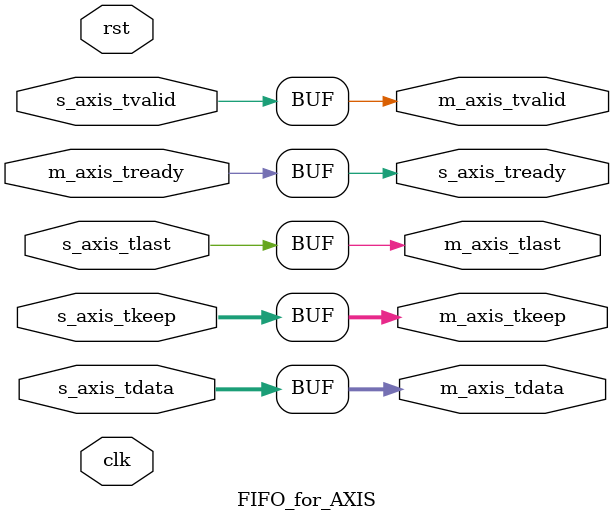
<source format=v>
`timescale 1ns / 1ps


module FIFO_for_AXIS(
    input clk,
    input rst,
    
    input [31:0]s_axis_tdata,
    input [3:0] s_axis_tkeep,
    input       s_axis_tvalid,
    input       s_axis_tlast,
    output      s_axis_tready,
    
    output [31:0]m_axis_tdata,
    output [3:0] m_axis_tkeep,
    output       m_axis_tvalid,
    output       m_axis_tlast,
    input        m_axis_tready
    );
/*
wire rst_inv;
assign rst_inv          =   ~rst;

wire [37:0] fifo_din;
assign fifo_din = {s_axis_tvalid, s_axis_tlast, s_axis_tkeep, s_axis_tdata};

wire [37:0] fifo_dout;
wire m_axis_tvalid_tmp;

assign m_axis_tdata[31:0]       =   fifo_dout[31:0];
assign m_axis_tkeep[3:0]        =   fifo_dout[35:32];
assign m_axis_tlast             =   fifo_dout[36:36];
assign m_axis_tvalid_tmp        =   fifo_dout[37:37];


reg s_axis_tlast_reg;
always @(posedge clk)
    begin
        if(rst_inv)
            s_axis_tlast_reg <= 0;
        else
            s_axis_tlast_reg <= s_axis_tlast;
    end

reg m_axis_tlast_reg;
always @(posedge clk)
    begin
        if(rst_inv)
            m_axis_tlast_reg <= 0;
        else
            m_axis_tlast_reg <= m_axis_tlast;
    end
    
wire fifo_empty;    

assign m_axis_tvalid = m_axis_tvalid_tmp & (~fifo_empty); 

reg ready;
reg sending;
always @(posedge clk)
    begin
        if(rst_inv)
            ready <= 0;
        else if((sending == 1) && (s_axis_tvalid==1) && (s_axis_tlast == 1))
            ready <= 0;
        else if(s_axis_tvalid == 1)
            ready <= 1;
        else
            ready <= ready;
    end 
  
always @(posedge clk)
    begin
        if(rst_inv)
            sending <= 0;
        else if(ready == 1)
            sending <= 1;
        else if(ready == 0 )
            sending <= 0;
        else
            sending <= sending;
    end

wire fifo_full;
assign s_axis_tready    =   (~fifo_full) & ready;

fifo_generator_1 fifo_for_axis (
  .rst(rst_inv),        // input wire rst
  .wr_clk(clk),  // input wire wr_clk
  .rd_clk(clk),  // input wire rd_clk
  .din(fifo_din),        // input wire [37 : 0] din
  .wr_en(ready & (~fifo_full)),    // input wire wr_en
  .rd_en(m_axis_tready),    // input wire rd_en
  .dout(fifo_dout),      // output wire [37 : 0] dout
  .full(fifo_full),      // output wire full
  .empty(fifo_empty)    // output wire empty
);
*/
assign m_axis_tdata = s_axis_tdata;
assign m_axis_tkeep = s_axis_tkeep;
assign m_axis_tvalid = s_axis_tvalid;
assign m_axis_tlast = s_axis_tlast;
assign s_axis_tready = m_axis_tready;
endmodule

</source>
